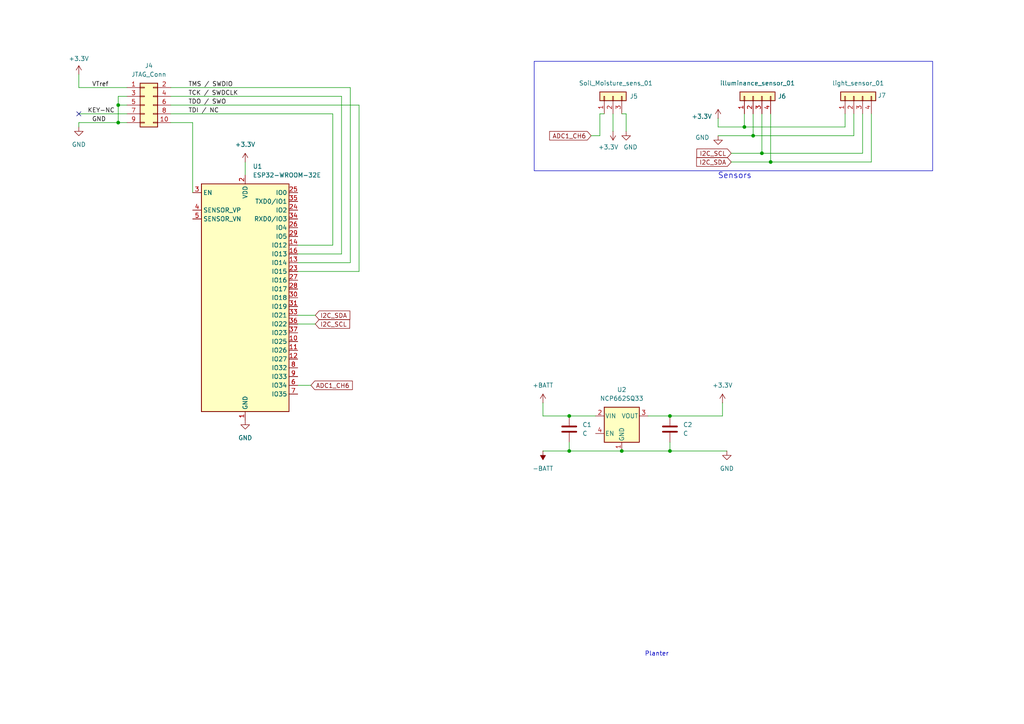
<source format=kicad_sch>
(kicad_sch (version 20231120) (generator "eeschema") (generator_version "8.0")
  (paper "A4")
  (lib_symbols
    (symbol "Connector_Generic:Conn_01x03" (pin_names (offset 1.016) hide)
      (property "Reference" "J" (at 0 5.08 0))
      (property "Value" "Conn_01x03" (at 0 -5.08 0))
      (symbol "Conn_01x03_1_1"
        (rectangle (start -1.27 -2.413) (end 0 -2.667) (stroke (width 0.1524)))
        (rectangle (start -1.27 0.127) (end 0 -0.127) (stroke (width 0.1524)))
        (rectangle (start -1.27 2.667) (end 0 2.413) (stroke (width 0.1524)))
        (rectangle (start -1.27 3.81) (end 1.27 -3.81) (stroke (width 0.254)) (fill (type background)))
        (pin passive line (at -5.08 2.54 0) (length 3.81) (name "Pin_1") (number "1"))
        (pin passive line (at -5.08 0 0) (length 3.81) (name "Pin_2") (number "2"))
        (pin passive line (at -5.08 -2.54 0) (length 3.81) (name "Pin_3") (number "3"))
      )
    )
    (symbol "Connector_Generic:Conn_01x04" (pin_names (offset 1.016) hide)
      (property "Reference" "J" (at 0 5.08 0))
      (property "Value" "Conn_01x04" (at 0 -7.62 0))
      (symbol "Conn_01x04_1_1"
        (rectangle (start -1.27 -4.953) (end 0 -5.207) (stroke (width 0.1524)))
        (rectangle (start -1.27 -2.413) (end 0 -2.667) (stroke (width 0.1524)))
        (rectangle (start -1.27 0.127) (end 0 -0.127) (stroke (width 0.1524)))
        (rectangle (start -1.27 2.667) (end 0 2.413) (stroke (width 0.1524)))
        (rectangle (start -1.27 3.81) (end 1.27 -6.35) (stroke (width 0.254)) (fill (type background)))
        (pin passive line (at -5.08 2.54 0) (length 3.81) (name "Pin_1") (number "1"))
        (pin passive line (at -5.08 0 0) (length 3.81) (name "Pin_2") (number "2"))
        (pin passive line (at -5.08 -2.54 0) (length 3.81) (name "Pin_3") (number "3"))
        (pin passive line (at -5.08 -5.08 0) (length 3.81) (name "Pin_4") (number "4"))
      )
    )
    (symbol "Connector_Generic:Conn_02x05_Odd_Even" (pin_names (offset 1.016) hide)
      (property "Reference" "J" (at 1.27 7.62 0))
      (property "Value" "Conn_02x05_Odd_Even" (at 1.27 -7.62 0))
      (symbol "Conn_02x05_Odd_Even_1_1"
        (rectangle (start -1.27 -4.953) (end 0 -5.207) (stroke (width 0.1524)))
        (rectangle (start -1.27 -2.413) (end 0 -2.667) (stroke (width 0.1524)))
        (rectangle (start -1.27 0.127) (end 0 -0.127) (stroke (width 0.1524)))
        (rectangle (start -1.27 2.667) (end 0 2.413) (stroke (width 0.1524)))
        (rectangle (start -1.27 5.207) (end 0 4.953) (stroke (width 0.1524)))
        (rectangle (start -1.27 6.35) (end 3.81 -6.35) (stroke (width 0.254)) (fill (type background)))
        (rectangle (start 3.81 -4.953) (end 2.54 -5.207) (stroke (width 0.1524)))
        (rectangle (start 3.81 -2.413) (end 2.54 -2.667) (stroke (width 0.1524)))
        (rectangle (start 3.81 0.127) (end 2.54 -0.127) (stroke (width 0.1524)))
        (rectangle (start 3.81 2.667) (end 2.54 2.413) (stroke (width 0.1524)))
        (rectangle (start 3.81 5.207) (end 2.54 4.953) (stroke (width 0.1524)))
        (pin passive line (at -5.08 5.08 0) (length 3.81) (name "Pin_1") (number "1"))
        (pin passive line (at 7.62 -5.08 180) (length 3.81) (name "Pin_10") (number "10"))
        (pin passive line (at 7.62 5.08 180) (length 3.81) (name "Pin_2") (number "2"))
        (pin passive line (at -5.08 2.54 0) (length 3.81) (name "Pin_3") (number "3"))
        (pin passive line (at 7.62 2.54 180) (length 3.81) (name "Pin_4") (number "4"))
        (pin passive line (at -5.08 0 0) (length 3.81) (name "Pin_5") (number "5"))
        (pin passive line (at 7.62 0 180) (length 3.81) (name "Pin_6") (number "6"))
        (pin passive line (at -5.08 -2.54 0) (length 3.81) (name "Pin_7") (number "7"))
        (pin passive line (at 7.62 -2.54 180) (length 3.81) (name "Pin_8") (number "8"))
        (pin passive line (at -5.08 -5.08 0) (length 3.81) (name "Pin_9") (number "9"))
      )
    )
    (symbol "Device:C" (pin_numbers hide) (pin_names (offset 0.254))
      (property "Reference" "C" (at 0.635 2.54 0))
      (property "Value" "C" (at 0.635 -2.54 0))
      (symbol "C_0_1"
        (polyline (pts (xy -2.032 -0.762) (xy 2.032 -0.762)) (stroke (width 0.508)))
        (polyline (pts (xy -2.032 0.762) (xy 2.032 0.762)) (stroke (width 0.508)))
      )
      (symbol "C_1_1"
        (pin passive line (at 0 3.81 270) (length 2.794) (name "~") (number "1"))
        (pin passive line (at 0 -3.81 90) (length 2.794) (name "~") (number "2"))
      )
    )
    (symbol "RF_Module:ESP32-WROOM-32E"
      (property "Reference" "U" (at -12.7 34.29 0))
      (property "Value" "ESP32-WROOM-32E" (at 1.27 34.29 0))
      (symbol "ESP32-WROOM-32E_0_1"
        (rectangle (start -12.7 33.02) (end 12.7 -33.02) (stroke (width 0.254)) (fill (type background)))
      )
      (symbol "ESP32-WROOM-32E_1_1"
        (pin power_in line (at 0 -35.56 90) (length 2.54) (name "GND") (number "1"))
        (pin bidirectional line (at 15.24 -12.7 180) (length 2.54) (name "IO25") (number "10"))
        (pin bidirectional line (at 15.24 -15.24 180) (length 2.54) (name "IO26") (number "11"))
        (pin bidirectional line (at 15.24 -17.78 180) (length 2.54) (name "IO27") (number "12"))
        (pin bidirectional line (at 15.24 10.16 180) (length 2.54) (name "IO14") (number "13"))
        (pin bidirectional line (at 15.24 15.24 180) (length 2.54) (name "IO12") (number "14"))
        (pin passive line (at 0 -35.56 90) (length 2.54) hide (name "GND") (number "15"))
        (pin bidirectional line (at 15.24 12.7 180) (length 2.54) (name "IO13") (number "16"))
        (pin no_connect line (at -12.7 -5.08 0) (length 2.54) hide (name "NC") (number "17"))
        (pin no_connect line (at -12.7 -7.62 0) (length 2.54) hide (name "NC") (number "18"))
        (pin no_connect line (at -12.7 -12.7 0) (length 2.54) hide (name "NC") (number "19"))
        (pin power_in line (at 0 35.56 270) (length 2.54) (name "VDD") (number "2"))
        (pin no_connect line (at -12.7 -10.16 0) (length 2.54) hide (name "NC") (number "20"))
        (pin no_connect line (at -12.7 0 0) (length 2.54) hide (name "NC") (number "21"))
        (pin no_connect line (at -12.7 -2.54 0) (length 2.54) hide (name "NC") (number "22"))
        (pin bidirectional line (at 15.24 7.62 180) (length 2.54) (name "IO15") (number "23"))
        (pin bidirectional line (at 15.24 25.4 180) (length 2.54) (name "IO2") (number "24"))
        (pin bidirectional line (at 15.24 30.48 180) (length 2.54) (name "IO0") (number "25"))
        (pin bidirectional line (at 15.24 20.32 180) (length 2.54) (name "IO4") (number "26"))
        (pin bidirectional line (at 15.24 5.08 180) (length 2.54) (name "IO16") (number "27"))
        (pin bidirectional line (at 15.24 2.54 180) (length 2.54) (name "IO17") (number "28"))
        (pin bidirectional line (at 15.24 17.78 180) (length 2.54) (name "IO5") (number "29"))
        (pin input line (at -15.24 30.48 0) (length 2.54) (name "EN") (number "3"))
        (pin bidirectional line (at 15.24 0 180) (length 2.54) (name "IO18") (number "30"))
        (pin bidirectional line (at 15.24 -2.54 180) (length 2.54) (name "IO19") (number "31"))
        (pin no_connect line (at -12.7 -27.94 0) (length 2.54) hide (name "NC") (number "32"))
        (pin bidirectional line (at 15.24 -5.08 180) (length 2.54) (name "IO21") (number "33"))
        (pin bidirectional line (at 15.24 22.86 180) (length 2.54) (name "RXD0/IO3") (number "34"))
        (pin bidirectional line (at 15.24 27.94 180) (length 2.54) (name "TXD0/IO1") (number "35"))
        (pin bidirectional line (at 15.24 -7.62 180) (length 2.54) (name "IO22") (number "36"))
        (pin bidirectional line (at 15.24 -10.16 180) (length 2.54) (name "IO23") (number "37"))
        (pin passive line (at 0 -35.56 90) (length 2.54) hide (name "GND") (number "38"))
        (pin passive line (at 0 -35.56 90) (length 2.54) hide (name "GND") (number "39"))
        (pin input line (at -15.24 25.4 0) (length 2.54) (name "SENSOR_VP") (number "4"))
        (pin input line (at -15.24 22.86 0) (length 2.54) (name "SENSOR_VN") (number "5"))
        (pin input line (at 15.24 -25.4 180) (length 2.54) (name "IO34") (number "6"))
        (pin input line (at 15.24 -27.94 180) (length 2.54) (name "IO35") (number "7"))
        (pin bidirectional line (at 15.24 -20.32 180) (length 2.54) (name "IO32") (number "8"))
        (pin bidirectional line (at 15.24 -22.86 180) (length 2.54) (name "IO33") (number "9"))
      )
    )
    (symbol "Regulator_Linear:NCP662SQ33" (pin_names (offset 0.254))
      (property "Reference" "U" (at 0 8.255 0))
      (property "Value" "NCP662SQ33" (at 0 6.35 0))
      (symbol "NCP662SQ33_0_1"
        (rectangle (start -5.08 5.08) (end 5.08 -5.08) (stroke (width 0.254)) (fill (type background)))
      )
      (symbol "NCP662SQ33_1_1"
        (pin power_in line (at 0 -7.62 90) (length 2.54) (name "GND") (number "1"))
        (pin power_in line (at -7.62 2.54 0) (length 2.54) (name "VIN") (number "2"))
        (pin power_out line (at 7.62 2.54 180) (length 2.54) (name "VOUT") (number "3"))
        (pin input line (at -7.62 -2.54 0) (length 2.54) (name "EN") (number "4"))
      )
    )
    (symbol "power:+3.3V" (power) (pin_numbers hide) (pin_names (offset 0) hide)
      (property "Value" "+3.3V" (at 0 3.556 0))
      (symbol "+3.3V_0_1"
        (polyline (pts (xy -0.762 1.27) (xy 0 2.54)))
        (polyline (pts (xy 0 0) (xy 0 2.54)))
        (polyline (pts (xy 0 2.54) (xy 0.762 1.27)))
      )
      (symbol "+3.3V_1_1"
        (pin power_in line (at 0 0 90) (length 0) (name "~") (number "1"))
      )
    )
    (symbol "power:+BATT" (power) (pin_numbers hide) (pin_names (offset 0) hide)
      (property "Value" "+BATT" (at 0 3.556 0))
      (symbol "+BATT_0_1"
        (polyline (pts (xy -0.762 1.27) (xy 0 2.54)))
        (polyline (pts (xy 0 0) (xy 0 2.54)))
        (polyline (pts (xy 0 2.54) (xy 0.762 1.27)))
      )
      (symbol "+BATT_1_1"
        (pin power_in line (at 0 0 90) (length 0) (name "~") (number "1"))
      )
    )
    (symbol "power:-BATT" (power) (pin_numbers hide) (pin_names (offset 0) hide)
      (property "Value" "-BATT" (at 0 3.556 0))
      (symbol "-BATT_0_1"
        (polyline (pts (xy 0 0) (xy 0 2.54)))
        (polyline (pts (xy 0.762 1.27) (xy -0.762 1.27) (xy 0 2.54) (xy 0.762 1.27)) (fill (type outline)))
      )
      (symbol "-BATT_1_1"
        (pin power_in line (at 0 0 90) (length 0) (name "~") (number "1"))
      )
    )
    (symbol "power:GND" (power) (pin_numbers hide) (pin_names (offset 0) hide)
      (property "Value" "GND" (at 0 -3.81 0))
      (symbol "GND_0_1"
        (polyline (pts (xy 0 0) (xy 0 -1.27) (xy 1.27 -1.27) (xy 0 -2.54) (xy -1.27 -1.27) (xy 0 -1.27)))
      )
      (symbol "GND_1_1"
        (pin power_in line (at 0 0 270) (length 0) (name "~") (number "1"))
      )
    )
  )
  (junction (at 215.9 36.83))
  (junction (at 34.29 35.56))
  (junction (at 223.52 46.99))
  (junction (at 180.34 130.81))
  (junction (at 165.1 120.65))
  (junction (at 218.44 39.37))
  (junction (at 34.29 30.48))
  (junction (at 220.98 44.45))
  (junction (at 194.31 130.81))
  (junction (at 165.1 130.81))
  (junction (at 194.31 120.65))
  (no_connect (at 22.86 33.02))
  (wire (pts (xy 180.34 33.02) (xy 181.61 33.02)))
  (wire (pts (xy 49.53 27.94) (xy 99.06 27.94)))
  (wire (pts (xy 175.26 33.02) (xy 173.99 33.02)))
  (wire (pts (xy 157.48 120.65) (xy 157.48 116.84)))
  (wire (pts (xy 223.52 33.02) (xy 223.52 46.99)))
  (wire (pts (xy 220.98 44.45) (xy 250.19 44.45)))
  (wire (pts (xy 86.36 76.2) (xy 101.6 76.2)))
  (wire (pts (xy 71.12 46.99) (xy 71.12 50.8)))
  (wire (pts (xy 104.14 78.74) (xy 104.14 30.48)))
  (wire (pts (xy 172.72 120.65) (xy 165.1 120.65)))
  (wire (pts (xy 101.6 25.4) (xy 49.53 25.4)))
  (wire (pts (xy 36.83 27.94) (xy 34.29 27.94)))
  (wire (pts (xy 157.48 130.81) (xy 165.1 130.81)))
  (wire (pts (xy 208.28 39.37) (xy 218.44 39.37)))
  (wire (pts (xy 101.6 76.2) (xy 101.6 25.4)))
  (wire (pts (xy 86.36 91.44) (xy 91.44 91.44)))
  (wire (pts (xy 49.53 30.48) (xy 104.14 30.48)))
  (wire (pts (xy 86.36 93.98) (xy 91.44 93.98)))
  (wire (pts (xy 215.9 36.83) (xy 245.11 36.83)))
  (wire (pts (xy 165.1 128.27) (xy 165.1 130.81)))
  (wire (pts (xy 99.06 73.66) (xy 86.36 73.66)))
  (wire (pts (xy 223.52 46.99) (xy 252.73 46.99)))
  (wire (pts (xy 86.36 71.12) (xy 96.52 71.12)))
  (wire (pts (xy 36.83 30.48) (xy 34.29 30.48)))
  (wire (pts (xy 36.83 35.56) (xy 34.29 35.56)))
  (wire (pts (xy 34.29 27.94) (xy 34.29 30.48)))
  (wire (pts (xy 209.55 116.84) (xy 209.55 120.65)))
  (wire (pts (xy 218.44 33.02) (xy 218.44 39.37)))
  (wire (pts (xy 165.1 130.81) (xy 180.34 130.81)))
  (wire (pts (xy 250.19 44.45) (xy 250.19 33.02)))
  (wire (pts (xy 22.86 25.4) (xy 36.83 25.4)))
  (wire (pts (xy 194.31 120.65) (xy 187.96 120.65)))
  (wire (pts (xy 22.86 21.59) (xy 22.86 25.4)))
  (wire (pts (xy 180.34 130.81) (xy 194.31 130.81)))
  (wire (pts (xy 22.86 33.02) (xy 36.83 33.02)))
  (wire (pts (xy 194.31 130.81) (xy 210.82 130.81)))
  (wire (pts (xy 22.86 35.56) (xy 22.86 36.83)))
  (wire (pts (xy 212.09 46.99) (xy 223.52 46.99)))
  (wire (pts (xy 209.55 120.65) (xy 194.31 120.65)))
  (wire (pts (xy 99.06 27.94) (xy 99.06 73.66)))
  (wire (pts (xy 22.86 35.56) (xy 34.29 35.56)))
  (wire (pts (xy 252.73 46.99) (xy 252.73 33.02)))
  (wire (pts (xy 55.88 55.88) (xy 55.88 35.56)))
  (wire (pts (xy 96.52 71.12) (xy 96.52 33.02)))
  (wire (pts (xy 247.65 39.37) (xy 247.65 33.02)))
  (wire (pts (xy 208.28 34.29) (xy 208.28 36.83)))
  (wire (pts (xy 55.88 35.56) (xy 49.53 35.56)))
  (wire (pts (xy 215.9 33.02) (xy 215.9 36.83)))
  (wire (pts (xy 218.44 39.37) (xy 247.65 39.37)))
  (wire (pts (xy 212.09 44.45) (xy 220.98 44.45)))
  (wire (pts (xy 96.52 33.02) (xy 49.53 33.02)))
  (wire (pts (xy 208.28 36.83) (xy 215.9 36.83)))
  (wire (pts (xy 173.99 33.02) (xy 173.99 39.37)))
  (wire (pts (xy 165.1 120.65) (xy 157.48 120.65)))
  (wire (pts (xy 194.31 128.27) (xy 194.31 130.81)))
  (wire (pts (xy 177.8 33.02) (xy 177.8 38.1)))
  (wire (pts (xy 245.11 36.83) (xy 245.11 33.02)))
  (wire (pts (xy 220.98 33.02) (xy 220.98 44.45)))
  (wire (pts (xy 86.36 111.76) (xy 90.17 111.76)))
  (wire (pts (xy 181.61 33.02) (xy 181.61 38.1)))
  (wire (pts (xy 171.45 39.37) (xy 173.99 39.37)))
  (wire (pts (xy 34.29 30.48) (xy 34.29 35.56)))
  (wire (pts (xy 86.36 78.74) (xy 104.14 78.74)))
  (rectangle (start 154.94 17.78) (end 270.51 49.53))
  (text "Sensors" (at 213.106 51.054 0) (effects (font (size 1.651 1.651))))
  (text "Planter" (at 190.5 189.738 0) (effects (font (size 1.27 1.27))))
  (label "KEY-NC" (at 25.4 33.02 0))
  (label "TMS {slash} SWDIO" (at 54.61 25.4 0))
  (label "TDO {slash} SWO" (at 54.61 30.48 0))
  (label "TCK {slash} SWDCLK" (at 54.61 27.94 0))
  (label "GND" (at 26.67 35.56 0))
  (label "VTref" (at 26.67 25.4 0))
  (label "TDI {slash} NC" (at 54.61 33.02 0))
  (global_label "I2C_SCL" (shape input) (at 212.09 44.45 180) (property "Intersheetrefs" "${INTERSHEET_REFS}" (effects (hide yes))))
  (global_label "I2C_SCL" (shape input) (at 91.44 93.98 0) (property "Intersheetrefs" "${INTERSHEET_REFS}" (effects (hide yes))))
  (global_label "I2C_SDA" (shape input) (at 212.09 46.99 180) (property "Intersheetrefs" "${INTERSHEET_REFS}" (effects (hide yes))))
  (global_label "ADC1_CH6" (shape input) (at 171.45 39.37 180) (property "Intersheetrefs" "${INTERSHEET_REFS}" (effects (hide yes))))
  (global_label "I2C_SDA" (shape input) (at 91.44 91.44 0) (property "Intersheetrefs" "${INTERSHEET_REFS}" (effects (hide yes))))
  (global_label "ADC1_CH6" (shape input) (at 90.17 111.76 0) (property "Intersheetrefs" "${INTERSHEET_REFS}" (effects (hide yes))))
  (symbol (lib_id "power:+3.3V") (at 209.55 116.84 0) (unit 1)
    (property "Reference" "#PWR012" (effects (hide yes)))
    (property "Value" "+3.3V" (at 209.55 111.76 0))
    (property "Description" "Power symbol creates a global label with name \"+3.3V\"" (effects (hide yes)))
  )
  (symbol (lib_id "power:GND") (at 208.28 39.37 0) (unit 1)
    (property "Reference" "#PWR08" (effects (hide yes)))
    (property "Value" "GND" (at 203.708 39.878 0))
    (property "Description" "Power symbol creates a global label with name \"GND\" , ground" (effects (hide yes)))
  )
  (symbol (lib_id "power:GND") (at 210.82 130.81 0) (unit 1)
    (property "Reference" "#PWR011" (effects (hide yes)))
    (property "Value" "GND" (at 210.82 135.89 0))
    (property "Description" "Power symbol creates a global label with name \"GND\" , ground" (effects (hide yes)))
  )
  (symbol (lib_id "power:GND") (at 181.61 38.1 0) (unit 1)
    (property "Reference" "#PWR03" (effects (hide yes)))
    (property "Value" "GND" (at 182.88 42.672 0))
    (property "Description" "Power symbol creates a global label with name \"GND\" , ground" (effects (hide yes)))
  )
  (symbol (lib_id "power:+3.3V") (at 208.28 34.29 0) (unit 1)
    (property "Reference" "#PWR07" (effects (hide yes)))
    (property "Value" "+3.3V" (at 206.502 33.782 0) (effects (justify right)))
    (property "Description" "Power symbol creates a global label with name \"+3.3V\"" (effects (hide yes)))
  )
  (symbol (lib_id "Device:C") (at 194.31 124.46 0) (unit 1)
    (property "Reference" "C2" (at 198.12 123.1899 0) (effects (justify left)))
    (property "Value" "C" (at 198.12 125.7299 0) (effects (justify left)))
    (property "Description" "Unpolarized capacitor" (effects (hide yes)))
  )
  (symbol (lib_id "power:+3.3V") (at 22.86 21.59 0) (unit 1)
    (property "Reference" "#PWR06" (effects (hide yes)))
    (property "Value" "+3.3V" (at 22.86 17.018 0))
    (property "Description" "Power symbol creates a global label with name \"+3.3V\"" (effects (hide yes)))
  )
  (symbol (lib_id "RF_Module:ESP32-WROOM-32E") (at 71.12 86.36 0) (unit 1)
    (property "Reference" "U1" (at 73.3141 48.26 0) (effects (justify left)))
    (property "Value" "ESP32-WROOM-32E" (at 73.3141 50.8 0) (effects (justify left)))
    (property "Footprint" "RF_Module:ESP32-WROOM-32D" (effects (hide yes)))
    (property "Datasheet" "https://www.espressif.com/sites/default/files/documentation/esp32-wroom-32e_esp32-wroom-32ue_datasheet_en.pdf" (effects (hide yes)))
    (property "Description" "RF Module, ESP32-D0WD-V3 SoC, without PSRAM, Wi-Fi 802.11b/g/n, Bluetooth, BLE, 32-bit, 2.7-3.6V, onboard antenna, SMD" (effects (hide yes)))
  )
  (symbol (lib_id "power:-BATT") (at 157.48 130.81 180) (unit 1)
    (property "Reference" "#PWR010" (effects (hide yes)))
    (property "Value" "-BATT" (at 157.48 135.89 0))
    (property "Description" "Power symbol creates a global label with name \"-BATT\"" (effects (hide yes)))
  )
  (symbol (lib_id "Connector_Generic:Conn_01x03") (at 177.8 27.94 90) (unit 1)
    (property "Reference" "J5" (at 182.626 27.94 90) (effects (justify right)))
    (property "Value" "Soil_Moisture_sens_01" (at 167.894 24.13 90) (effects (justify right)))
    (property "Description" "Generic connector, single row, 01x03, script generated (kicad-library-utils/schlib/autogen/connector/)" (effects (hide yes)))
  )
  (symbol (lib_id "power:+3.3V") (at 177.8 38.1 180) (unit 1)
    (property "Reference" "#PWR04" (effects (hide yes)))
    (property "Value" "+3.3V" (at 173.482 42.672 0) (effects (justify right)))
    (property "Description" "Power symbol creates a global label with name \"+3.3V\"" (effects (hide yes)))
  )
  (symbol (lib_id "power:+BATT") (at 157.48 116.84 0) (unit 1)
    (property "Reference" "#PWR09" (effects (hide yes)))
    (property "Value" "+BATT" (at 157.48 111.76 0))
    (property "Description" "Power symbol creates a global label with name \"+BATT\"" (effects (hide yes)))
  )
  (symbol (lib_id "power:GND") (at 22.86 36.83 0) (unit 1)
    (property "Reference" "#PWR05" (effects (hide yes)))
    (property "Value" "GND" (at 22.86 41.91 0))
    (property "Description" "Power symbol creates a global label with name \"GND\" , ground" (effects (hide yes)))
  )
  (symbol (lib_id "Device:C") (at 165.1 124.46 0) (unit 1)
    (property "Reference" "C1" (at 168.91 123.1899 0) (effects (justify left)))
    (property "Value" "C" (at 168.91 125.7299 0) (effects (justify left)))
    (property "Description" "Unpolarized capacitor" (effects (hide yes)))
  )
  (symbol (lib_id "Connector_Generic:Conn_02x05_Odd_Even") (at 41.91 30.48 0) (unit 1)
    (property "Reference" "J4" (at 43.18 19.05 0))
    (property "Value" "JTAG_Conn" (at 43.18 21.59 0))
    (property "Description" "Generic connector, double row, 02x05, odd/even pin numbering scheme (row 1 odd numbers, row 2 even numbers), script generated (kicad-library-utils/schlib/autogen/connector/)" (effects (hide yes)))
  )
  (symbol (lib_id "Regulator_Linear:NCP662SQ33") (at 180.34 123.19 0) (unit 1)
    (property "Reference" "U2" (at 180.34 113.03 0))
    (property "Value" "NCP662SQ33" (at 180.34 115.57 0))
    (property "Footprint" "Package_TO_SOT_SMD:SC-82AB" (effects (hide yes)))
    (property "Datasheet" "https://www.onsemi.com/pub/Collateral/NCP662-D.PDF" (effects (hide yes)))
    (property "Description" "100-mA, 12V Max. Input, Ultralow-IQ LDO, 3.3V, SC-82AB" (effects (hide yes)))
  )
  (symbol (lib_id "power:+3.3V") (at 71.12 46.99 0) (unit 1)
    (property "Reference" "#PWR02" (effects (hide yes)))
    (property "Value" "+3.3V" (at 71.12 41.91 0))
    (property "Description" "Power symbol creates a global label with name \"+3.3V\"" (effects (hide yes)))
  )
  (symbol (lib_id "power:GND") (at 71.12 121.92 0) (unit 1)
    (property "Reference" "#PWR01" (effects (hide yes)))
    (property "Value" "GND" (at 71.12 127 0))
    (property "Description" "Power symbol creates a global label with name \"GND\" , ground" (effects (hide yes)))
  )
  (symbol (lib_id "Connector_Generic:Conn_01x04") (at 218.44 27.94 90) (unit 1)
    (property "Reference" "J6" (at 226.822 27.94 90))
    (property "Value" "illuminance_sensor_01" (at 219.71 24.13 90))
    (property "Description" "Generic connector, single row, 01x04, script generated (kicad-library-utils/schlib/autogen/connector/)" (effects (hide yes)))
  )
  (symbol (lib_id "Connector_Generic:Conn_01x04") (at 247.65 27.94 90) (unit 1)
    (property "Reference" "J7" (at 255.778 27.686 90))
    (property "Value" "light_sensor_01" (at 248.92 24.13 90))
    (property "Description" "Generic connector, single row, 01x04, script generated (kicad-library-utils/schlib/autogen/connector/)" (effects (hide yes)))
  )
)
</source>
